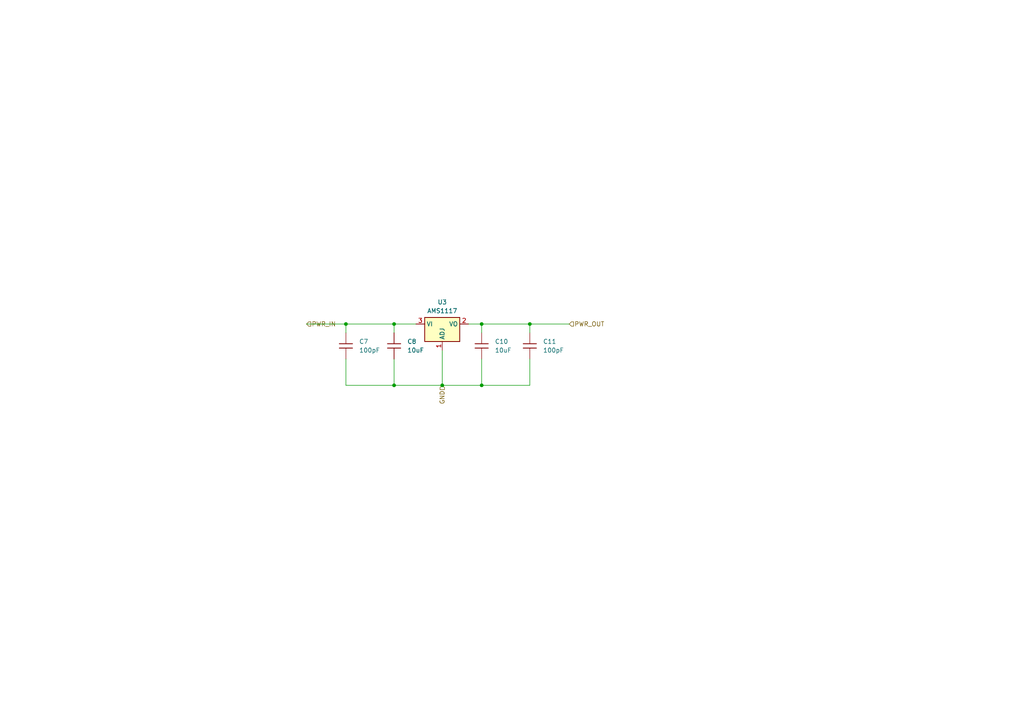
<source format=kicad_sch>
(kicad_sch (version 20231120) (generator "eeschema") (generator_version "8.0")
  (paper "A4")
  (lib_symbols
    (symbol "Fab:C_1206" (pin_numbers hide)
      (property "Reference" "C" (at 0.635 2.54 0))
      (property "Value" "C_1206" (at 0.635 -2.54 0))
      (symbol "C_1206_1_1"
        (polyline (pts (xy -1.905 -0.635) (xy 1.905 -0.635)) (stroke (width 0.25)))
        (polyline (pts (xy -1.905 0.635) (xy 1.905 0.635)) (stroke (width 0.25)))
        (pin passive line (at 0 3.81 270) (length 3.175) (name "~") (number "1"))
        (pin passive line (at 0 -3.81 90) (length 3.175) (name "~") (number "2"))
      )
    )
    (symbol "Regulator_Linear:AMS1117"
      (property "Reference" "U" (at -3.81 3.175 0))
      (property "Value" "AMS1117" (at 0 3.175 0))
      (symbol "AMS1117_0_1"
        (rectangle (start -5.08 -5.08) (end 5.08 1.905) (stroke (width 0.254)) (fill (type background)))
      )
      (symbol "AMS1117_1_1"
        (pin input line (at 0 -7.62 90) (length 2.54) (name "ADJ") (number "1"))
        (pin power_out line (at 7.62 0 180) (length 2.54) (name "VO") (number "2"))
        (pin power_in line (at -7.62 0 0) (length 2.54) (name "VI") (number "3"))
      )
    )
  )
  (junction (at 139.7 111.76))
  (junction (at 114.3 111.76))
  (junction (at 100.33 93.98))
  (junction (at 114.3 93.98))
  (junction (at 128.27 111.76))
  (junction (at 139.7 93.98))
  (junction (at 153.67 93.98))
  (wire (pts (xy 139.7 93.98) (xy 153.67 93.98)))
  (wire (pts (xy 114.3 93.98) (xy 114.3 96.52)))
  (wire (pts (xy 114.3 111.76) (xy 128.27 111.76)))
  (wire (pts (xy 114.3 93.98) (xy 120.65 93.98)))
  (wire (pts (xy 139.7 93.98) (xy 139.7 96.52)))
  (wire (pts (xy 135.89 93.98) (xy 139.7 93.98)))
  (wire (pts (xy 88.9 93.98) (xy 100.33 93.98)))
  (wire (pts (xy 128.27 101.6) (xy 128.27 111.76)))
  (wire (pts (xy 100.33 111.76) (xy 114.3 111.76)))
  (wire (pts (xy 153.67 93.98) (xy 165.1 93.98)))
  (wire (pts (xy 100.33 93.98) (xy 100.33 96.52)))
  (wire (pts (xy 100.33 93.98) (xy 114.3 93.98)))
  (wire (pts (xy 139.7 104.14) (xy 139.7 111.76)))
  (wire (pts (xy 128.27 111.76) (xy 139.7 111.76)))
  (wire (pts (xy 139.7 111.76) (xy 153.67 111.76)))
  (wire (pts (xy 153.67 93.98) (xy 153.67 96.52)))
  (wire (pts (xy 153.67 104.14) (xy 153.67 111.76)))
  (wire (pts (xy 100.33 104.14) (xy 100.33 111.76)))
  (wire (pts (xy 114.3 104.14) (xy 114.3 111.76)))
  (hierarchical_label "PWR_OUT" (shape input) (at 165.1 93.98 0))
  (hierarchical_label "PWR_IN" (shape input) (at 88.9 93.98 0))
  (hierarchical_label "GND" (shape input) (at 128.27 111.76 270))
  (symbol (lib_id "Regulator_Linear:AMS1117") (at 128.27 93.98 0) (unit 1)
    (property "Reference" "U3" (at 128.27 87.63 0))
    (property "Value" "AMS1117" (at 128.27 90.17 0))
    (property "Footprint" "Package_TO_SOT_SMD:SOT-223-3_TabPin2" (effects (hide yes)))
    (property "Datasheet" "http://www.advanced-monolithic.com/pdf/ds1117.pdf" (effects (hide yes)))
    (property "Description" "1A Low Dropout regulator, positive, adjustable output, SOT-223" (effects (hide yes)))
  )
  (symbol (lib_id "Fab:C_1206") (at 139.7 100.33 0) (unit 1)
    (property "Reference" "C10" (at 143.51 99.0599 0) (effects (justify left)))
    (property "Value" "10uF" (at 143.51 101.5999 0) (effects (justify left)))
    (property "Footprint" "fab:C_1206" (effects (hide yes)))
    (property "Datasheet" "https://www.yageo.com/upload/media/product/productsearch/datasheet/mlcc/UPY-GP_NP0_16V-to-50V_18.pdf" (effects (hide yes)))
    (property "Description" "Unpolarized capacitor, SMD, 1206" (effects (hide yes)))
  )
  (symbol (lib_id "Fab:C_1206") (at 114.3 100.33 0) (unit 1)
    (property "Reference" "C8" (at 118.11 99.0599 0) (effects (justify left)))
    (property "Value" "10uF" (at 118.11 101.5999 0) (effects (justify left)))
    (property "Footprint" "fab:C_1206" (effects (hide yes)))
    (property "Datasheet" "https://www.yageo.com/upload/media/product/productsearch/datasheet/mlcc/UPY-GP_NP0_16V-to-50V_18.pdf" (effects (hide yes)))
    (property "Description" "Unpolarized capacitor, SMD, 1206" (effects (hide yes)))
  )
  (symbol (lib_id "Fab:C_1206") (at 100.33 100.33 0) (unit 1)
    (property "Reference" "C7" (at 104.14 99.0599 0) (effects (justify left)))
    (property "Value" "100pF" (at 104.14 101.5999 0) (effects (justify left)))
    (property "Footprint" "fab:C_1206" (effects (hide yes)))
    (property "Datasheet" "https://www.yageo.com/upload/media/product/productsearch/datasheet/mlcc/UPY-GP_NP0_16V-to-50V_18.pdf" (effects (hide yes)))
    (property "Description" "Unpolarized capacitor, SMD, 1206" (effects (hide yes)))
  )
  (symbol (lib_id "Fab:C_1206") (at 153.67 100.33 0) (unit 1)
    (property "Reference" "C11" (at 157.48 99.0599 0) (effects (justify left)))
    (property "Value" "100pF" (at 157.48 101.5999 0) (effects (justify left)))
    (property "Footprint" "fab:C_1206" (effects (hide yes)))
    (property "Datasheet" "https://www.yageo.com/upload/media/product/productsearch/datasheet/mlcc/UPY-GP_NP0_16V-to-50V_18.pdf" (effects (hide yes)))
    (property "Description" "Unpolarized capacitor, SMD, 1206" (effects (hide yes)))
  )
)
</source>
